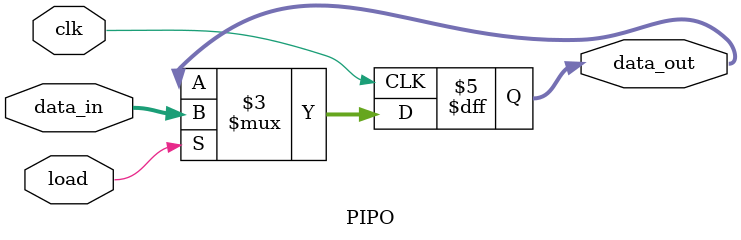
<source format=v>
module PIPO(data_out,data_in,load,clk);
input [15:0] data_in;
input load,clk;
output reg [15:0]data_out;
 always@(posedge clk)
 if(load)
  data_out = data_in;
endmodule

</source>
